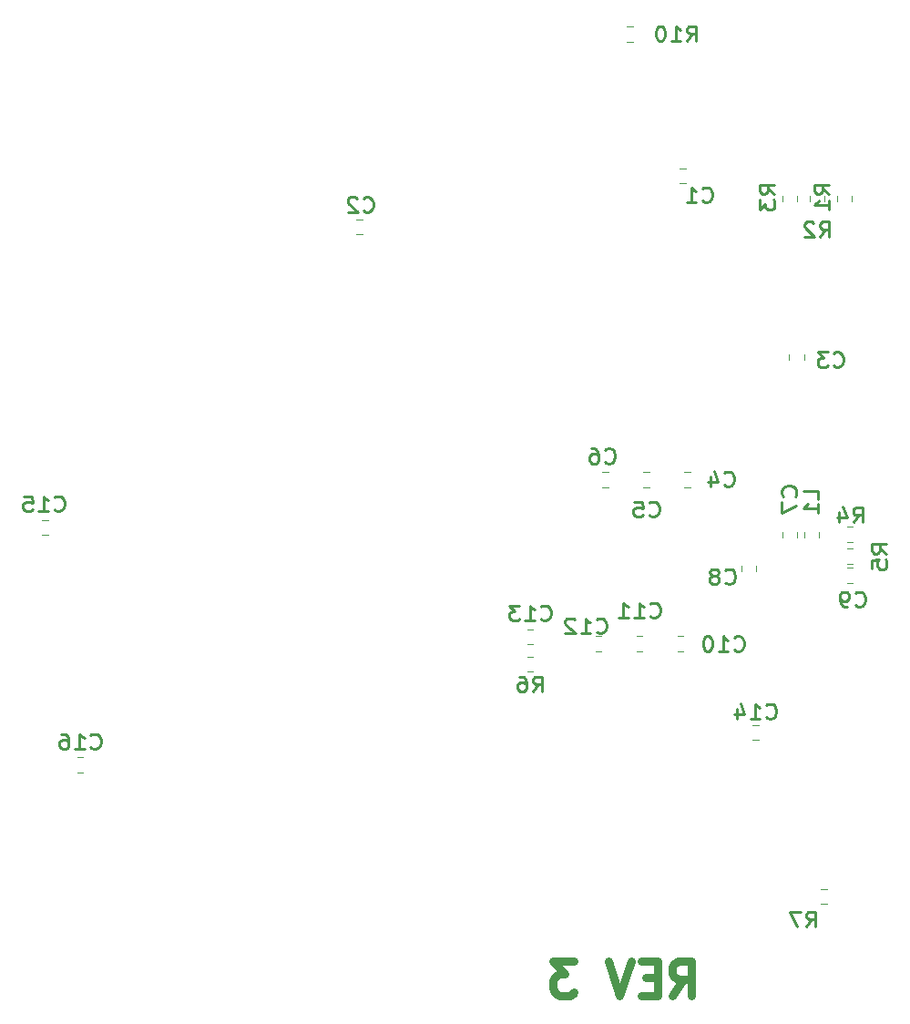
<source format=gbo>
G04 #@! TF.GenerationSoftware,KiCad,Pcbnew,(6.0.1)*
G04 #@! TF.CreationDate,2022-09-07T07:49:48-04:00*
G04 #@! TF.ProjectId,Z80_CPU,5a38305f-4350-4552-9e6b-696361645f70,1*
G04 #@! TF.SameCoordinates,Original*
G04 #@! TF.FileFunction,Legend,Bot*
G04 #@! TF.FilePolarity,Positive*
%FSLAX46Y46*%
G04 Gerber Fmt 4.6, Leading zero omitted, Abs format (unit mm)*
G04 Created by KiCad (PCBNEW (6.0.1)) date 2022-09-07 07:49:48*
%MOMM*%
%LPD*%
G01*
G04 APERTURE LIST*
%ADD10C,0.793750*%
%ADD11C,0.254000*%
%ADD12C,0.120000*%
G04 APERTURE END LIST*
D10*
X71591714Y-91098309D02*
X72650047Y-89586404D01*
X73406000Y-91098309D02*
X73406000Y-87923309D01*
X72196476Y-87923309D01*
X71894095Y-88074500D01*
X71742904Y-88225690D01*
X71591714Y-88528071D01*
X71591714Y-88981642D01*
X71742904Y-89284023D01*
X71894095Y-89435214D01*
X72196476Y-89586404D01*
X73406000Y-89586404D01*
X70231000Y-89435214D02*
X69172666Y-89435214D01*
X68719095Y-91098309D02*
X70231000Y-91098309D01*
X70231000Y-87923309D01*
X68719095Y-87923309D01*
X67811952Y-87923309D02*
X66753619Y-91098309D01*
X65695285Y-87923309D01*
X62520285Y-87923309D02*
X60554809Y-87923309D01*
X61613142Y-89132833D01*
X61159571Y-89132833D01*
X60857190Y-89284023D01*
X60706000Y-89435214D01*
X60554809Y-89737595D01*
X60554809Y-90493547D01*
X60706000Y-90795928D01*
X60857190Y-90947119D01*
X61159571Y-91098309D01*
X62066714Y-91098309D01*
X62369095Y-90947119D01*
X62520285Y-90795928D01*
D11*
X88646000Y-54854928D02*
X88718571Y-54921452D01*
X88936285Y-54987976D01*
X89081428Y-54987976D01*
X89299142Y-54921452D01*
X89444285Y-54788404D01*
X89516857Y-54655357D01*
X89589428Y-54389261D01*
X89589428Y-54189690D01*
X89516857Y-53923595D01*
X89444285Y-53790547D01*
X89299142Y-53657500D01*
X89081428Y-53590976D01*
X88936285Y-53590976D01*
X88718571Y-53657500D01*
X88646000Y-53724023D01*
X87920285Y-54987976D02*
X87630000Y-54987976D01*
X87484857Y-54921452D01*
X87412285Y-54854928D01*
X87267142Y-54655357D01*
X87194571Y-54389261D01*
X87194571Y-53857071D01*
X87267142Y-53724023D01*
X87339714Y-53657500D01*
X87484857Y-53590976D01*
X87775142Y-53590976D01*
X87920285Y-53657500D01*
X87992857Y-53724023D01*
X88065428Y-53857071D01*
X88065428Y-54189690D01*
X87992857Y-54322738D01*
X87920285Y-54389261D01*
X87775142Y-54455785D01*
X87484857Y-54455785D01*
X87339714Y-54389261D01*
X87267142Y-54322738D01*
X87194571Y-54189690D01*
X88442800Y-47139376D02*
X88950800Y-46474138D01*
X89313657Y-47139376D02*
X89313657Y-45742376D01*
X88733085Y-45742376D01*
X88587942Y-45808900D01*
X88515371Y-45875423D01*
X88442800Y-46008471D01*
X88442800Y-46208042D01*
X88515371Y-46341090D01*
X88587942Y-46407614D01*
X88733085Y-46474138D01*
X89313657Y-46474138D01*
X87136514Y-46208042D02*
X87136514Y-47139376D01*
X87499371Y-45675852D02*
X87862228Y-46673709D01*
X86918800Y-46673709D01*
X91563976Y-50038000D02*
X90898738Y-49530000D01*
X91563976Y-49167142D02*
X90166976Y-49167142D01*
X90166976Y-49747714D01*
X90233500Y-49892857D01*
X90300023Y-49965428D01*
X90433071Y-50038000D01*
X90632642Y-50038000D01*
X90765690Y-49965428D01*
X90832214Y-49892857D01*
X90898738Y-49747714D01*
X90898738Y-49167142D01*
X90166976Y-51416857D02*
X90166976Y-50691142D01*
X90832214Y-50618571D01*
X90765690Y-50691142D01*
X90699166Y-50836285D01*
X90699166Y-51199142D01*
X90765690Y-51344285D01*
X90832214Y-51416857D01*
X90965261Y-51489428D01*
X91297880Y-51489428D01*
X91430928Y-51416857D01*
X91497452Y-51344285D01*
X91563976Y-51199142D01*
X91563976Y-50836285D01*
X91497452Y-50691142D01*
X91430928Y-50618571D01*
X81149976Y-16637000D02*
X80484738Y-16129000D01*
X81149976Y-15766142D02*
X79752976Y-15766142D01*
X79752976Y-16346714D01*
X79819500Y-16491857D01*
X79886023Y-16564428D01*
X80019071Y-16637000D01*
X80218642Y-16637000D01*
X80351690Y-16564428D01*
X80418214Y-16491857D01*
X80484738Y-16346714D01*
X80484738Y-15766142D01*
X79752976Y-17145000D02*
X79752976Y-18088428D01*
X80285166Y-17580428D01*
X80285166Y-17798142D01*
X80351690Y-17943285D01*
X80418214Y-18015857D01*
X80551261Y-18088428D01*
X80883880Y-18088428D01*
X81016928Y-18015857D01*
X81083452Y-17943285D01*
X81149976Y-17798142D01*
X81149976Y-17362714D01*
X81083452Y-17217571D01*
X81016928Y-17145000D01*
X85344000Y-20570976D02*
X85852000Y-19905738D01*
X86214857Y-20570976D02*
X86214857Y-19173976D01*
X85634285Y-19173976D01*
X85489142Y-19240500D01*
X85416571Y-19307023D01*
X85344000Y-19440071D01*
X85344000Y-19639642D01*
X85416571Y-19772690D01*
X85489142Y-19839214D01*
X85634285Y-19905738D01*
X86214857Y-19905738D01*
X84763428Y-19307023D02*
X84690857Y-19240500D01*
X84545714Y-19173976D01*
X84182857Y-19173976D01*
X84037714Y-19240500D01*
X83965142Y-19307023D01*
X83892571Y-19440071D01*
X83892571Y-19573119D01*
X83965142Y-19772690D01*
X84836000Y-20570976D01*
X83892571Y-20570976D01*
X86229976Y-16637000D02*
X85564738Y-16129000D01*
X86229976Y-15766142D02*
X84832976Y-15766142D01*
X84832976Y-16346714D01*
X84899500Y-16491857D01*
X84966023Y-16564428D01*
X85099071Y-16637000D01*
X85298642Y-16637000D01*
X85431690Y-16564428D01*
X85498214Y-16491857D01*
X85564738Y-16346714D01*
X85564738Y-15766142D01*
X86229976Y-18088428D02*
X86229976Y-17217571D01*
X86229976Y-17653000D02*
X84832976Y-17653000D01*
X85032547Y-17507857D01*
X85165595Y-17362714D01*
X85232119Y-17217571D01*
X59399714Y-56124928D02*
X59472285Y-56191452D01*
X59690000Y-56257976D01*
X59835142Y-56257976D01*
X60052857Y-56191452D01*
X60198000Y-56058404D01*
X60270571Y-55925357D01*
X60343142Y-55659261D01*
X60343142Y-55459690D01*
X60270571Y-55193595D01*
X60198000Y-55060547D01*
X60052857Y-54927500D01*
X59835142Y-54860976D01*
X59690000Y-54860976D01*
X59472285Y-54927500D01*
X59399714Y-54994023D01*
X57948285Y-56257976D02*
X58819142Y-56257976D01*
X58383714Y-56257976D02*
X58383714Y-54860976D01*
X58528857Y-55060547D01*
X58674000Y-55193595D01*
X58819142Y-55260119D01*
X57440285Y-54860976D02*
X56496857Y-54860976D01*
X57004857Y-55393166D01*
X56787142Y-55393166D01*
X56642000Y-55459690D01*
X56569428Y-55526214D01*
X56496857Y-55659261D01*
X56496857Y-55991880D01*
X56569428Y-56124928D01*
X56642000Y-56191452D01*
X56787142Y-56257976D01*
X57222571Y-56257976D01*
X57367714Y-56191452D01*
X57440285Y-56124928D01*
X77382914Y-58969728D02*
X77455485Y-59036252D01*
X77673200Y-59102776D01*
X77818342Y-59102776D01*
X78036057Y-59036252D01*
X78181200Y-58903204D01*
X78253771Y-58770157D01*
X78326342Y-58504061D01*
X78326342Y-58304490D01*
X78253771Y-58038395D01*
X78181200Y-57905347D01*
X78036057Y-57772300D01*
X77818342Y-57705776D01*
X77673200Y-57705776D01*
X77455485Y-57772300D01*
X77382914Y-57838823D01*
X75931485Y-59102776D02*
X76802342Y-59102776D01*
X76366914Y-59102776D02*
X76366914Y-57705776D01*
X76512057Y-57905347D01*
X76657200Y-58038395D01*
X76802342Y-58104919D01*
X74988057Y-57705776D02*
X74842914Y-57705776D01*
X74697771Y-57772300D01*
X74625200Y-57838823D01*
X74552628Y-57971871D01*
X74480057Y-58237966D01*
X74480057Y-58570585D01*
X74552628Y-58836680D01*
X74625200Y-58969728D01*
X74697771Y-59036252D01*
X74842914Y-59102776D01*
X74988057Y-59102776D01*
X75133200Y-59036252D01*
X75205771Y-58969728D01*
X75278342Y-58836680D01*
X75350914Y-58570585D01*
X75350914Y-58237966D01*
X75278342Y-57971871D01*
X75205771Y-57838823D01*
X75133200Y-57772300D01*
X74988057Y-57705776D01*
X76454000Y-43678928D02*
X76526571Y-43745452D01*
X76744285Y-43811976D01*
X76889428Y-43811976D01*
X77107142Y-43745452D01*
X77252285Y-43612404D01*
X77324857Y-43479357D01*
X77397428Y-43213261D01*
X77397428Y-43013690D01*
X77324857Y-42747595D01*
X77252285Y-42614547D01*
X77107142Y-42481500D01*
X76889428Y-42414976D01*
X76744285Y-42414976D01*
X76526571Y-42481500D01*
X76454000Y-42548023D01*
X75147714Y-42880642D02*
X75147714Y-43811976D01*
X75510571Y-42348452D02*
X75873428Y-43346309D01*
X74930000Y-43346309D01*
X83048928Y-44704000D02*
X83115452Y-44631428D01*
X83181976Y-44413714D01*
X83181976Y-44268571D01*
X83115452Y-44050857D01*
X82982404Y-43905714D01*
X82849357Y-43833142D01*
X82583261Y-43760571D01*
X82383690Y-43760571D01*
X82117595Y-43833142D01*
X81984547Y-43905714D01*
X81851500Y-44050857D01*
X81784976Y-44268571D01*
X81784976Y-44413714D01*
X81851500Y-44631428D01*
X81918023Y-44704000D01*
X81784976Y-45212000D02*
X81784976Y-46228000D01*
X83181976Y-45574857D01*
X76555600Y-52746728D02*
X76628171Y-52813252D01*
X76845885Y-52879776D01*
X76991028Y-52879776D01*
X77208742Y-52813252D01*
X77353885Y-52680204D01*
X77426457Y-52547157D01*
X77499028Y-52281061D01*
X77499028Y-52081490D01*
X77426457Y-51815395D01*
X77353885Y-51682347D01*
X77208742Y-51549300D01*
X76991028Y-51482776D01*
X76845885Y-51482776D01*
X76628171Y-51549300D01*
X76555600Y-51615823D01*
X75684742Y-52081490D02*
X75829885Y-52014966D01*
X75902457Y-51948442D01*
X75975028Y-51815395D01*
X75975028Y-51748871D01*
X75902457Y-51615823D01*
X75829885Y-51549300D01*
X75684742Y-51482776D01*
X75394457Y-51482776D01*
X75249314Y-51549300D01*
X75176742Y-51615823D01*
X75104171Y-51748871D01*
X75104171Y-51815395D01*
X75176742Y-51948442D01*
X75249314Y-52014966D01*
X75394457Y-52081490D01*
X75684742Y-52081490D01*
X75829885Y-52148014D01*
X75902457Y-52214538D01*
X75975028Y-52347585D01*
X75975028Y-52613680D01*
X75902457Y-52746728D01*
X75829885Y-52813252D01*
X75684742Y-52879776D01*
X75394457Y-52879776D01*
X75249314Y-52813252D01*
X75176742Y-52746728D01*
X75104171Y-52613680D01*
X75104171Y-52347585D01*
X75176742Y-52214538D01*
X75249314Y-52148014D01*
X75394457Y-52081490D01*
X17562214Y-68062928D02*
X17634785Y-68129452D01*
X17852500Y-68195976D01*
X17997642Y-68195976D01*
X18215357Y-68129452D01*
X18360500Y-67996404D01*
X18433071Y-67863357D01*
X18505642Y-67597261D01*
X18505642Y-67397690D01*
X18433071Y-67131595D01*
X18360500Y-66998547D01*
X18215357Y-66865500D01*
X17997642Y-66798976D01*
X17852500Y-66798976D01*
X17634785Y-66865500D01*
X17562214Y-66932023D01*
X16110785Y-68195976D02*
X16981642Y-68195976D01*
X16546214Y-68195976D02*
X16546214Y-66798976D01*
X16691357Y-66998547D01*
X16836500Y-67131595D01*
X16981642Y-67198119D01*
X14804500Y-66798976D02*
X15094785Y-66798976D01*
X15239928Y-66865500D01*
X15312500Y-66932023D01*
X15457642Y-67131595D01*
X15530214Y-67397690D01*
X15530214Y-67929880D01*
X15457642Y-68062928D01*
X15385071Y-68129452D01*
X15239928Y-68195976D01*
X14949642Y-68195976D01*
X14804500Y-68129452D01*
X14731928Y-68062928D01*
X14659357Y-67929880D01*
X14659357Y-67597261D01*
X14731928Y-67464214D01*
X14804500Y-67397690D01*
X14949642Y-67331166D01*
X15239928Y-67331166D01*
X15385071Y-67397690D01*
X15457642Y-67464214D01*
X15530214Y-67597261D01*
X64581314Y-57318728D02*
X64653885Y-57385252D01*
X64871600Y-57451776D01*
X65016742Y-57451776D01*
X65234457Y-57385252D01*
X65379600Y-57252204D01*
X65452171Y-57119157D01*
X65524742Y-56853061D01*
X65524742Y-56653490D01*
X65452171Y-56387395D01*
X65379600Y-56254347D01*
X65234457Y-56121300D01*
X65016742Y-56054776D01*
X64871600Y-56054776D01*
X64653885Y-56121300D01*
X64581314Y-56187823D01*
X63129885Y-57451776D02*
X64000742Y-57451776D01*
X63565314Y-57451776D02*
X63565314Y-56054776D01*
X63710457Y-56254347D01*
X63855600Y-56387395D01*
X64000742Y-56453919D01*
X62549314Y-56187823D02*
X62476742Y-56121300D01*
X62331600Y-56054776D01*
X61968742Y-56054776D01*
X61823600Y-56121300D01*
X61751028Y-56187823D01*
X61678457Y-56320871D01*
X61678457Y-56453919D01*
X61751028Y-56653490D01*
X62621885Y-57451776D01*
X61678457Y-57451776D01*
X14187714Y-45964928D02*
X14260285Y-46031452D01*
X14478000Y-46097976D01*
X14623142Y-46097976D01*
X14840857Y-46031452D01*
X14986000Y-45898404D01*
X15058571Y-45765357D01*
X15131142Y-45499261D01*
X15131142Y-45299690D01*
X15058571Y-45033595D01*
X14986000Y-44900547D01*
X14840857Y-44767500D01*
X14623142Y-44700976D01*
X14478000Y-44700976D01*
X14260285Y-44767500D01*
X14187714Y-44834023D01*
X12736285Y-46097976D02*
X13607142Y-46097976D01*
X13171714Y-46097976D02*
X13171714Y-44700976D01*
X13316857Y-44900547D01*
X13462000Y-45033595D01*
X13607142Y-45100119D01*
X11357428Y-44700976D02*
X12083142Y-44700976D01*
X12155714Y-45366214D01*
X12083142Y-45299690D01*
X11938000Y-45233166D01*
X11575142Y-45233166D01*
X11430000Y-45299690D01*
X11357428Y-45366214D01*
X11284857Y-45499261D01*
X11284857Y-45831880D01*
X11357428Y-45964928D01*
X11430000Y-46031452D01*
X11575142Y-46097976D01*
X11938000Y-46097976D01*
X12083142Y-46031452D01*
X12155714Y-45964928D01*
X80354714Y-65268928D02*
X80427285Y-65335452D01*
X80645000Y-65401976D01*
X80790142Y-65401976D01*
X81007857Y-65335452D01*
X81153000Y-65202404D01*
X81225571Y-65069357D01*
X81298142Y-64803261D01*
X81298142Y-64603690D01*
X81225571Y-64337595D01*
X81153000Y-64204547D01*
X81007857Y-64071500D01*
X80790142Y-64004976D01*
X80645000Y-64004976D01*
X80427285Y-64071500D01*
X80354714Y-64138023D01*
X78903285Y-65401976D02*
X79774142Y-65401976D01*
X79338714Y-65401976D02*
X79338714Y-64004976D01*
X79483857Y-64204547D01*
X79629000Y-64337595D01*
X79774142Y-64404119D01*
X77597000Y-64470642D02*
X77597000Y-65401976D01*
X77959857Y-63938452D02*
X78322714Y-64936309D01*
X77379285Y-64936309D01*
X65379600Y-41519928D02*
X65452171Y-41586452D01*
X65669885Y-41652976D01*
X65815028Y-41652976D01*
X66032742Y-41586452D01*
X66177885Y-41453404D01*
X66250457Y-41320357D01*
X66323028Y-41054261D01*
X66323028Y-40854690D01*
X66250457Y-40588595D01*
X66177885Y-40455547D01*
X66032742Y-40322500D01*
X65815028Y-40255976D01*
X65669885Y-40255976D01*
X65452171Y-40322500D01*
X65379600Y-40389023D01*
X64073314Y-40255976D02*
X64363600Y-40255976D01*
X64508742Y-40322500D01*
X64581314Y-40389023D01*
X64726457Y-40588595D01*
X64799028Y-40854690D01*
X64799028Y-41386880D01*
X64726457Y-41519928D01*
X64653885Y-41586452D01*
X64508742Y-41652976D01*
X64218457Y-41652976D01*
X64073314Y-41586452D01*
X64000742Y-41519928D01*
X63928171Y-41386880D01*
X63928171Y-41054261D01*
X64000742Y-40921214D01*
X64073314Y-40854690D01*
X64218457Y-40788166D01*
X64508742Y-40788166D01*
X64653885Y-40854690D01*
X64726457Y-40921214D01*
X64799028Y-41054261D01*
X42900600Y-18177328D02*
X42973171Y-18243852D01*
X43190885Y-18310376D01*
X43336028Y-18310376D01*
X43553742Y-18243852D01*
X43698885Y-18110804D01*
X43771457Y-17977757D01*
X43844028Y-17711661D01*
X43844028Y-17512090D01*
X43771457Y-17245995D01*
X43698885Y-17112947D01*
X43553742Y-16979900D01*
X43336028Y-16913376D01*
X43190885Y-16913376D01*
X42973171Y-16979900D01*
X42900600Y-17046423D01*
X42320028Y-17046423D02*
X42247457Y-16979900D01*
X42102314Y-16913376D01*
X41739457Y-16913376D01*
X41594314Y-16979900D01*
X41521742Y-17046423D01*
X41449171Y-17179471D01*
X41449171Y-17312519D01*
X41521742Y-17512090D01*
X42392600Y-18310376D01*
X41449171Y-18310376D01*
X86588600Y-32579128D02*
X86661171Y-32645652D01*
X86878885Y-32712176D01*
X87024028Y-32712176D01*
X87241742Y-32645652D01*
X87386885Y-32512604D01*
X87459457Y-32379557D01*
X87532028Y-32113461D01*
X87532028Y-31913890D01*
X87459457Y-31647795D01*
X87386885Y-31514747D01*
X87241742Y-31381700D01*
X87024028Y-31315176D01*
X86878885Y-31315176D01*
X86661171Y-31381700D01*
X86588600Y-31448223D01*
X86080600Y-31315176D02*
X85137171Y-31315176D01*
X85645171Y-31847366D01*
X85427457Y-31847366D01*
X85282314Y-31913890D01*
X85209742Y-31980414D01*
X85137171Y-32113461D01*
X85137171Y-32446080D01*
X85209742Y-32579128D01*
X85282314Y-32645652D01*
X85427457Y-32712176D01*
X85862885Y-32712176D01*
X86008028Y-32645652D01*
X86080600Y-32579128D01*
X74422000Y-17262928D02*
X74494571Y-17329452D01*
X74712285Y-17395976D01*
X74857428Y-17395976D01*
X75075142Y-17329452D01*
X75220285Y-17196404D01*
X75292857Y-17063357D01*
X75365428Y-16797261D01*
X75365428Y-16597690D01*
X75292857Y-16331595D01*
X75220285Y-16198547D01*
X75075142Y-16065500D01*
X74857428Y-15998976D01*
X74712285Y-15998976D01*
X74494571Y-16065500D01*
X74422000Y-16132023D01*
X72970571Y-17395976D02*
X73841428Y-17395976D01*
X73406000Y-17395976D02*
X73406000Y-15998976D01*
X73551142Y-16198547D01*
X73696285Y-16331595D01*
X73841428Y-16398119D01*
X69559714Y-55870928D02*
X69632285Y-55937452D01*
X69850000Y-56003976D01*
X69995142Y-56003976D01*
X70212857Y-55937452D01*
X70358000Y-55804404D01*
X70430571Y-55671357D01*
X70503142Y-55405261D01*
X70503142Y-55205690D01*
X70430571Y-54939595D01*
X70358000Y-54806547D01*
X70212857Y-54673500D01*
X69995142Y-54606976D01*
X69850000Y-54606976D01*
X69632285Y-54673500D01*
X69559714Y-54740023D01*
X68108285Y-56003976D02*
X68979142Y-56003976D01*
X68543714Y-56003976D02*
X68543714Y-54606976D01*
X68688857Y-54806547D01*
X68834000Y-54939595D01*
X68979142Y-55006119D01*
X66656857Y-56003976D02*
X67527714Y-56003976D01*
X67092285Y-56003976D02*
X67092285Y-54606976D01*
X67237428Y-54806547D01*
X67382571Y-54939595D01*
X67527714Y-55006119D01*
X85213976Y-44958000D02*
X85213976Y-44232285D01*
X83816976Y-44232285D01*
X85213976Y-46264285D02*
X85213976Y-45393428D01*
X85213976Y-45828857D02*
X83816976Y-45828857D01*
X84016547Y-45683714D01*
X84149595Y-45538571D01*
X84216119Y-45393428D01*
X58674000Y-62861976D02*
X59182000Y-62196738D01*
X59544857Y-62861976D02*
X59544857Y-61464976D01*
X58964285Y-61464976D01*
X58819142Y-61531500D01*
X58746571Y-61598023D01*
X58674000Y-61731071D01*
X58674000Y-61930642D01*
X58746571Y-62063690D01*
X58819142Y-62130214D01*
X58964285Y-62196738D01*
X59544857Y-62196738D01*
X57367714Y-61464976D02*
X57658000Y-61464976D01*
X57803142Y-61531500D01*
X57875714Y-61598023D01*
X58020857Y-61797595D01*
X58093428Y-62063690D01*
X58093428Y-62595880D01*
X58020857Y-62728928D01*
X57948285Y-62795452D01*
X57803142Y-62861976D01*
X57512857Y-62861976D01*
X57367714Y-62795452D01*
X57295142Y-62728928D01*
X57222571Y-62595880D01*
X57222571Y-62263261D01*
X57295142Y-62130214D01*
X57367714Y-62063690D01*
X57512857Y-61997166D01*
X57803142Y-61997166D01*
X57948285Y-62063690D01*
X58020857Y-62130214D01*
X58093428Y-62263261D01*
X84074000Y-84705976D02*
X84582000Y-84040738D01*
X84944857Y-84705976D02*
X84944857Y-83308976D01*
X84364285Y-83308976D01*
X84219142Y-83375500D01*
X84146571Y-83442023D01*
X84074000Y-83575071D01*
X84074000Y-83774642D01*
X84146571Y-83907690D01*
X84219142Y-83974214D01*
X84364285Y-84040738D01*
X84944857Y-84040738D01*
X83566000Y-83308976D02*
X82550000Y-83308976D01*
X83203142Y-84705976D01*
X69469000Y-46472928D02*
X69541571Y-46539452D01*
X69759285Y-46605976D01*
X69904428Y-46605976D01*
X70122142Y-46539452D01*
X70267285Y-46406404D01*
X70339857Y-46273357D01*
X70412428Y-46007261D01*
X70412428Y-45807690D01*
X70339857Y-45541595D01*
X70267285Y-45408547D01*
X70122142Y-45275500D01*
X69904428Y-45208976D01*
X69759285Y-45208976D01*
X69541571Y-45275500D01*
X69469000Y-45342023D01*
X68090142Y-45208976D02*
X68815857Y-45208976D01*
X68888428Y-45874214D01*
X68815857Y-45807690D01*
X68670714Y-45741166D01*
X68307857Y-45741166D01*
X68162714Y-45807690D01*
X68090142Y-45874214D01*
X68017571Y-46007261D01*
X68017571Y-46339880D01*
X68090142Y-46472928D01*
X68162714Y-46539452D01*
X68307857Y-46605976D01*
X68670714Y-46605976D01*
X68815857Y-46539452D01*
X68888428Y-46472928D01*
X72988714Y-2409976D02*
X73496714Y-1744738D01*
X73859571Y-2409976D02*
X73859571Y-1012976D01*
X73279000Y-1012976D01*
X73133857Y-1079500D01*
X73061285Y-1146023D01*
X72988714Y-1279071D01*
X72988714Y-1478642D01*
X73061285Y-1611690D01*
X73133857Y-1678214D01*
X73279000Y-1744738D01*
X73859571Y-1744738D01*
X71537285Y-2409976D02*
X72408142Y-2409976D01*
X71972714Y-2409976D02*
X71972714Y-1012976D01*
X72117857Y-1212547D01*
X72263000Y-1345595D01*
X72408142Y-1412119D01*
X70593857Y-1012976D02*
X70448714Y-1012976D01*
X70303571Y-1079500D01*
X70231000Y-1146023D01*
X70158428Y-1279071D01*
X70085857Y-1545166D01*
X70085857Y-1877785D01*
X70158428Y-2143880D01*
X70231000Y-2276928D01*
X70303571Y-2343452D01*
X70448714Y-2409976D01*
X70593857Y-2409976D01*
X70739000Y-2343452D01*
X70811571Y-2276928D01*
X70884142Y-2143880D01*
X70956714Y-1877785D01*
X70956714Y-1545166D01*
X70884142Y-1279071D01*
X70811571Y-1146023D01*
X70739000Y-1079500D01*
X70593857Y-1012976D01*
D12*
X87876748Y-52780000D02*
X88399252Y-52780000D01*
X87876748Y-51360000D02*
X88399252Y-51360000D01*
X88399252Y-47550000D02*
X87876748Y-47550000D01*
X88399252Y-48970000D02*
X87876748Y-48970000D01*
X87876748Y-51002000D02*
X88399252Y-51002000D01*
X87876748Y-49582000D02*
X88399252Y-49582000D01*
X81840000Y-17279252D02*
X81840000Y-16756748D01*
X83260000Y-17279252D02*
X83260000Y-16756748D01*
X85800000Y-17279252D02*
X85800000Y-16756748D01*
X84380000Y-17279252D02*
X84380000Y-16756748D01*
X86920000Y-17279252D02*
X86920000Y-16756748D01*
X88340000Y-17279252D02*
X88340000Y-16756748D01*
X58158748Y-57075000D02*
X58681252Y-57075000D01*
X58158748Y-58495000D02*
X58681252Y-58495000D01*
X72128748Y-57710000D02*
X72651252Y-57710000D01*
X72128748Y-59130000D02*
X72651252Y-59130000D01*
X72763748Y-43890000D02*
X73286252Y-43890000D01*
X72763748Y-42470000D02*
X73286252Y-42470000D01*
X81840000Y-48521252D02*
X81840000Y-47998748D01*
X83260000Y-48521252D02*
X83260000Y-47998748D01*
X78030000Y-51173748D02*
X78030000Y-51696252D01*
X79450000Y-51173748D02*
X79450000Y-51696252D01*
X16843752Y-68949500D02*
X16321248Y-68949500D01*
X16843752Y-70369500D02*
X16321248Y-70369500D01*
X65031252Y-59130000D02*
X64508748Y-59130000D01*
X65031252Y-57710000D02*
X64508748Y-57710000D01*
X13596252Y-48335000D02*
X13073748Y-48335000D01*
X13596252Y-46915000D02*
X13073748Y-46915000D01*
X79636252Y-65965000D02*
X79113748Y-65965000D01*
X79636252Y-67385000D02*
X79113748Y-67385000D01*
X65666252Y-43890000D02*
X65143748Y-43890000D01*
X65666252Y-42470000D02*
X65143748Y-42470000D01*
X42283748Y-18975000D02*
X42806252Y-18975000D01*
X42283748Y-20395000D02*
X42806252Y-20395000D01*
X83895000Y-31488748D02*
X83895000Y-32011252D01*
X82475000Y-31488748D02*
X82475000Y-32011252D01*
X72862072Y-15642660D02*
X72339568Y-15642660D01*
X72862072Y-14222660D02*
X72339568Y-14222660D01*
X68318748Y-57710000D02*
X68841252Y-57710000D01*
X68318748Y-59130000D02*
X68841252Y-59130000D01*
X83872000Y-48521252D02*
X83872000Y-47998748D01*
X85292000Y-48521252D02*
X85292000Y-47998748D01*
X58681252Y-61035000D02*
X58158748Y-61035000D01*
X58681252Y-59615000D02*
X58158748Y-59615000D01*
X85986252Y-82625000D02*
X85463748Y-82625000D01*
X85986252Y-81205000D02*
X85463748Y-81205000D01*
X68953748Y-43890000D02*
X69476252Y-43890000D01*
X68953748Y-42470000D02*
X69476252Y-42470000D01*
X67952252Y-2488000D02*
X67429748Y-2488000D01*
X67952252Y-1068000D02*
X67429748Y-1068000D01*
M02*

</source>
